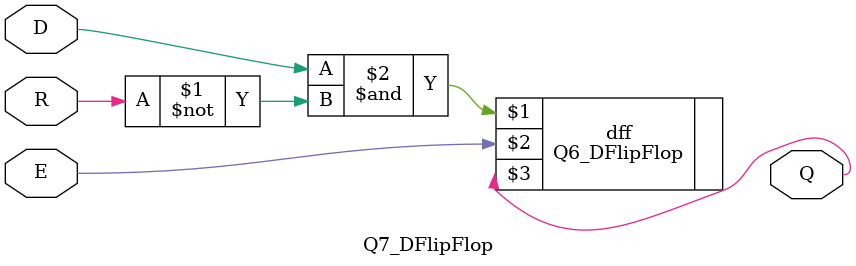
<source format=v>
module Q7_DFlipFlop(input D,E,R,output Q);
  Q6_DFlipFlop dff(D&~R,E,Q);
endmodule
</source>
